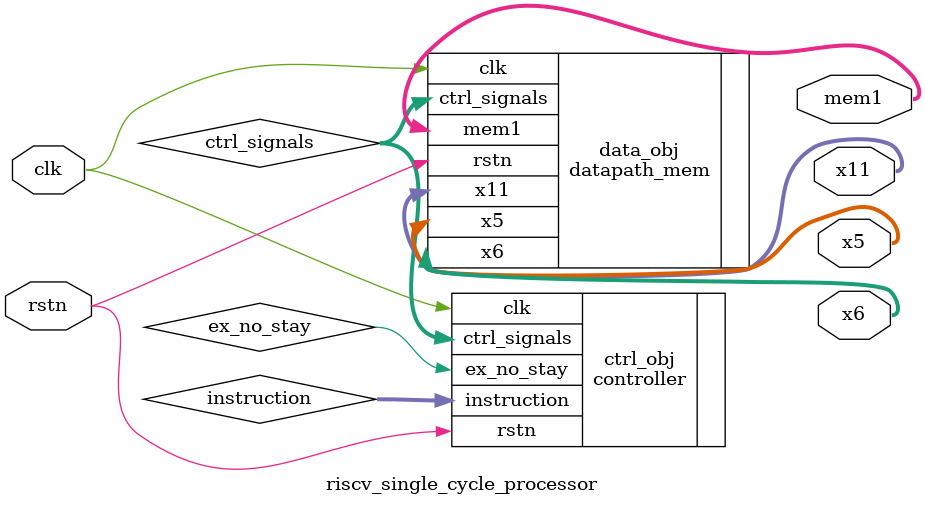
<source format=sv>
module riscv_single_cycle_processor (
    input logic clk, rstn,
    output logic [31:0] x5, x6, x11, mem1
);	
    logic [31:0] instruction;
    logic [21-1:0] ctrl_signals;  // CTRL_SIZE is now 21
    logic ex_no_stay;
    
    controller ctrl_obj (
        .clk(clk),
        .rstn(rstn),
        .ex_no_stay(ex_no_stay),
        .instruction(instruction),
        .ctrl_signals(ctrl_signals)
    );
    
    datapath_mem data_obj (
        .clk(clk),
        .rstn(rstn),
        .ctrl_signals(ctrl_signals),
        .x5(x5),
        .x6(x6),
        .x11(x11),
        .mem1(mem1)
    );
    
endmodule

</source>
